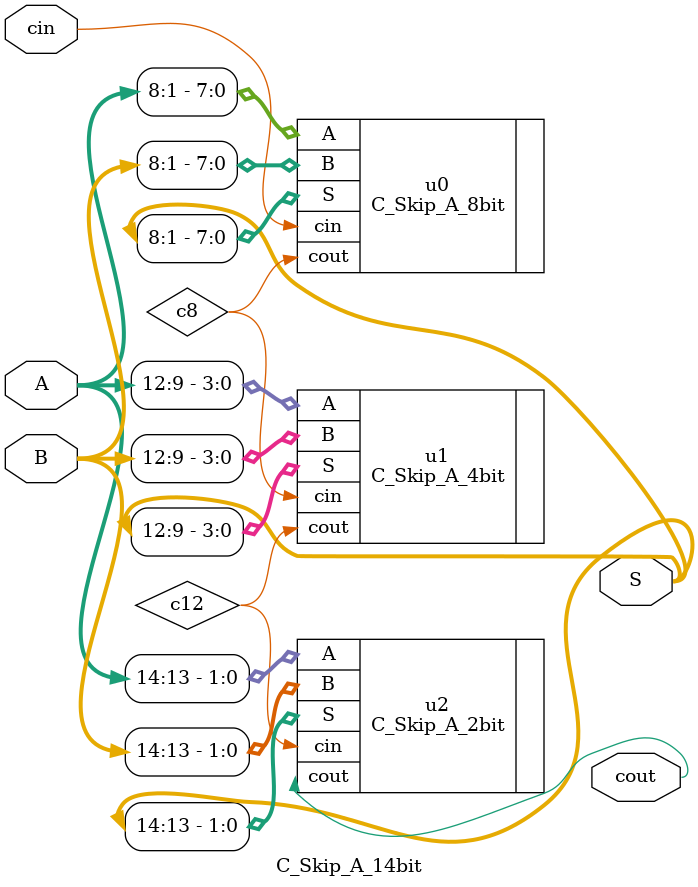
<source format=v>
module C_Skip_A_14bit #(
    parameter width=14
)(
    input wire [width:1] A,
    input wire [width:1] B,
    input wire cin,
    output wire [width:1] S,
    output wire cout
);

    wire c8;
    wire c12;

    C_Skip_A_8bit #(.width(8)) u0 (
        .A(A[8:1]),
        .B(B[8:1]),
        .cin(cin),
        .S(S[8:1]),
        .cout(c8)
    );
    C_Skip_A_4bit #(.width(4)) u1 (
        .A(A[12:9]),
        .B(B[12:9]),
        .cin(c8),
        .S(S[12:9]),
        .cout(c12)
    );
    C_Skip_A_2bit #(.width(2)) u2 (
        .A(A[14:13]),
        .B(B[14:13]),
        .cin(c12),
        .S(S[14:13]),
        .cout(cout)
    );

endmodule

</source>
